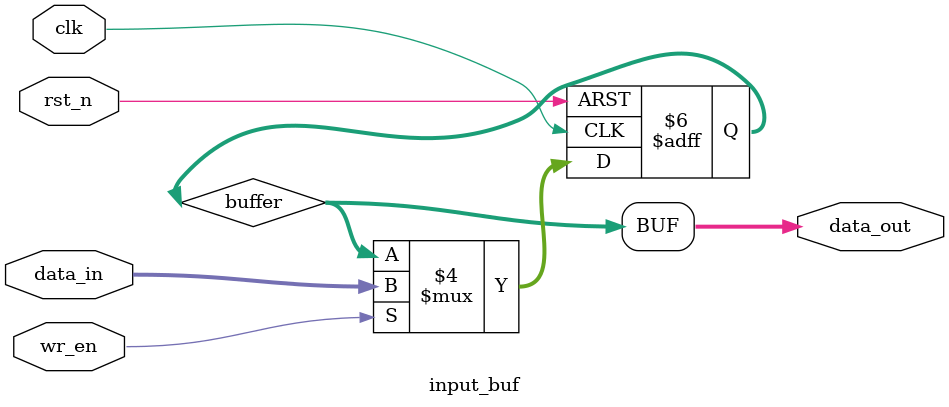
<source format=v>

module input_buf (
    input wire clk,
    input wire rst_n,
    input wire [7:0] data_in,
    input wire wr_en,
    output reg [7:0] data_out
);
    // Internal buffer
    reg [7:0] buffer;
    
    // Write operation
    always @(posedge clk or negedge rst_n) begin
        if (!rst_n) begin
            buffer <= 8'h00;
        end else if (wr_en) begin
            buffer <= data_in;
        end
    end
    
    // Continuous assignment for output
    always @(*) begin
        data_out = buffer;
    end
    
endmodule

</source>
